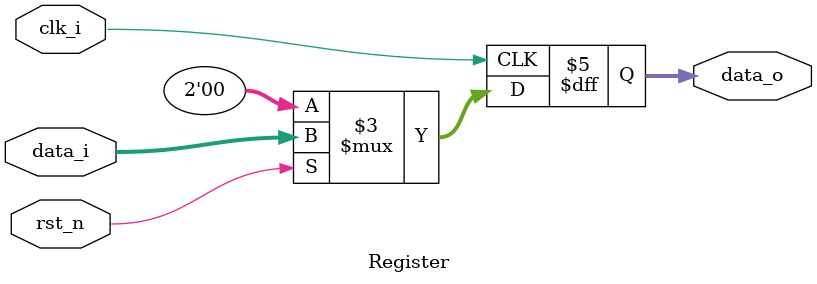
<source format=v>
module Register(clk_i, rst_n, data_i, data_o);
parameter   size = 0;

input   wire    clk_i;
input   wire    rst_n;
input   wire    [size-1:0]data_i;
output  reg     [size-1:0]data_o;

always @(posedge clk_i) begin
    if(rst_n)  data_o <= data_i;
    else  data_o <= 0;
end
endmodule

</source>
